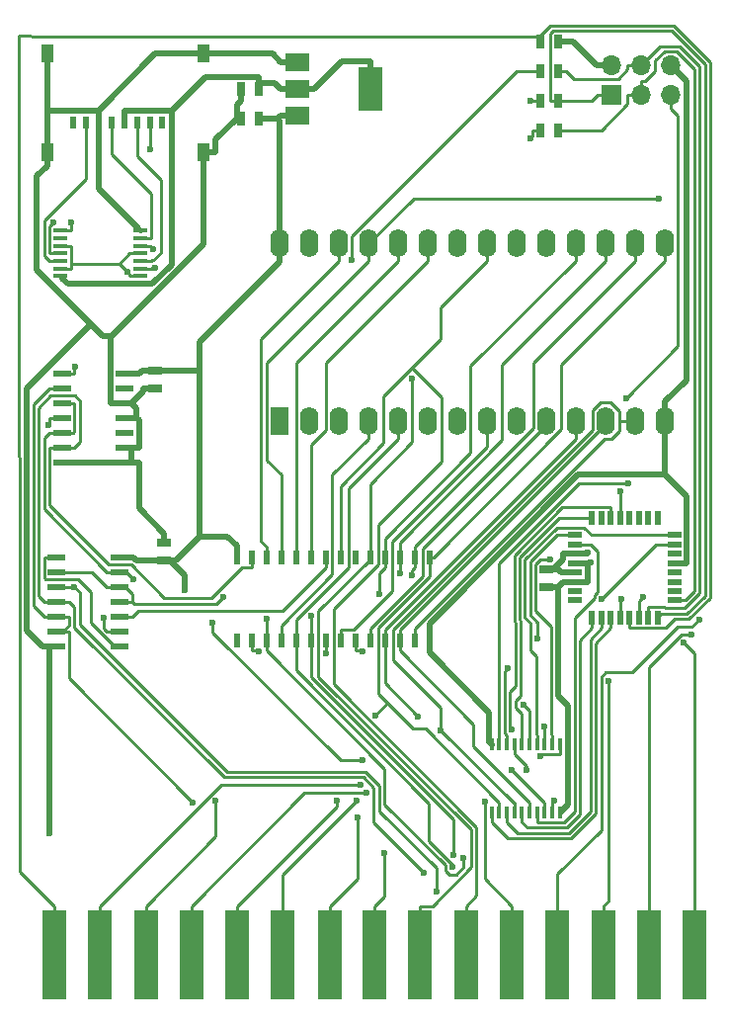
<source format=gtl>
G04 #@! TF.GenerationSoftware,KiCad,Pcbnew,(2018-02-09 revision dba198e57)-makepkg*
G04 #@! TF.CreationDate,2018-02-11T15:57:52+01:00*
G04 #@! TF.ProjectId,videopaccart,766964656F706163636172742E6B6963,rev?*
G04 #@! TF.SameCoordinates,Original*
G04 #@! TF.FileFunction,Copper,L1,Top,Signal*
G04 #@! TF.FilePolarity,Positive*
%FSLAX46Y46*%
G04 Gerber Fmt 4.6, Leading zero omitted, Abs format (unit mm)*
G04 Created by KiCad (PCBNEW (2018-02-09 revision dba198e57)-makepkg) date 02/11/18 15:57:52*
%MOMM*%
%LPD*%
G01*
G04 APERTURE LIST*
%ADD10R,2.000000X7.700000*%
%ADD11R,0.599440X1.049020*%
%ADD12R,1.049020X1.501140*%
%ADD13R,1.700000X1.700000*%
%ADD14O,1.700000X1.700000*%
%ADD15R,1.200000X0.600000*%
%ADD16R,0.600000X1.200000*%
%ADD17R,0.400000X1.000000*%
%ADD18R,2.000000X3.800000*%
%ADD19R,2.000000X1.500000*%
%ADD20R,1.500000X0.600000*%
%ADD21R,1.200000X0.400000*%
%ADD22R,0.508000X1.143000*%
%ADD23O,1.600000X2.400000*%
%ADD24R,1.600000X2.400000*%
%ADD25R,0.635000X1.143000*%
%ADD26R,1.143000X0.635000*%
%ADD27C,0.600000*%
%ADD28C,0.500000*%
%ADD29C,0.399800*%
%ADD30C,0.250000*%
G04 APERTURE END LIST*
D10*
X175920000Y-127000000D03*
X179840000Y-127000000D03*
X172000000Y-127000000D03*
X168080000Y-127000000D03*
X164160000Y-127000000D03*
X160240000Y-127000000D03*
X156320000Y-127000000D03*
X152400000Y-127000000D03*
X148590000Y-127000000D03*
X144560000Y-127000000D03*
X140640000Y-127000000D03*
X136720000Y-127000000D03*
X132800000Y-127000000D03*
X128880000Y-127000000D03*
X124960000Y-127000000D03*
D11*
X134233920Y-55697120D03*
X133134100Y-55697120D03*
X132034280Y-55697120D03*
X130934460Y-55697120D03*
X129834640Y-55697120D03*
X128734820Y-55697120D03*
X127635000Y-55697120D03*
X126535180Y-55697120D03*
D12*
X137789920Y-58226960D03*
X124338080Y-58226960D03*
X137789920Y-49827180D03*
X124338080Y-49827180D03*
D13*
X172720000Y-53340000D03*
D14*
X172720000Y-50800000D03*
X175260000Y-53340000D03*
X175260000Y-50800000D03*
X177800000Y-53340000D03*
X177800000Y-50800000D03*
D15*
X169613000Y-91053000D03*
X169613000Y-91853000D03*
X169613000Y-92653000D03*
X169613000Y-93453000D03*
X169613000Y-94253000D03*
X169613000Y-95053000D03*
X169613000Y-95853000D03*
X169613000Y-96653000D03*
D16*
X171063000Y-98103000D03*
X171863000Y-98103000D03*
X172663000Y-98103000D03*
X173463000Y-98103000D03*
X174263000Y-98103000D03*
X175063000Y-98103000D03*
X175863000Y-98103000D03*
X176663000Y-98103000D03*
D15*
X178113000Y-96653000D03*
X178113000Y-95853000D03*
X178113000Y-95053000D03*
X178113000Y-94253000D03*
X178113000Y-93453000D03*
X178113000Y-92653000D03*
X178113000Y-91853000D03*
X178113000Y-91053000D03*
D16*
X176663000Y-89603000D03*
X175863000Y-89603000D03*
X175063000Y-89603000D03*
X174263000Y-89603000D03*
X173463000Y-89603000D03*
X172663000Y-89603000D03*
X171863000Y-89603000D03*
X171063000Y-89603000D03*
D17*
X168290000Y-109008000D03*
X167640000Y-109008000D03*
X166990000Y-109008000D03*
X166340000Y-109008000D03*
X165690000Y-109008000D03*
X165040000Y-109008000D03*
X164390000Y-109008000D03*
X163740000Y-109008000D03*
X163090000Y-109008000D03*
X162440000Y-109008000D03*
X162440000Y-114808000D03*
X163090000Y-114808000D03*
X163740000Y-114808000D03*
X164390000Y-114808000D03*
X165040000Y-114808000D03*
X165690000Y-114808000D03*
X166340000Y-114808000D03*
X166990000Y-114808000D03*
X167640000Y-114808000D03*
X168290000Y-114808000D03*
D18*
X152096000Y-52832000D03*
D19*
X145796000Y-52832000D03*
X145796000Y-55132000D03*
X145796000Y-50532000D03*
D20*
X125156000Y-92964000D03*
X125156000Y-94234000D03*
X125156000Y-95504000D03*
X125156000Y-96774000D03*
X125156000Y-98044000D03*
X125156000Y-99314000D03*
X125156000Y-100584000D03*
X130556000Y-100584000D03*
X130556000Y-99314000D03*
X130556000Y-98044000D03*
X130556000Y-96774000D03*
X130556000Y-95504000D03*
X130556000Y-94234000D03*
X130556000Y-92964000D03*
D21*
X132355000Y-68879000D03*
X132355000Y-68229000D03*
X132355000Y-67579000D03*
X132355000Y-66929000D03*
X132355000Y-66279000D03*
X132355000Y-65629000D03*
X132355000Y-64979000D03*
X125455000Y-64979000D03*
X125455000Y-65629000D03*
X125455000Y-66279000D03*
X125455000Y-66929000D03*
X125455000Y-67579000D03*
X125455000Y-68229000D03*
X125455000Y-68879000D03*
D20*
X125603000Y-77216000D03*
X125603000Y-78486000D03*
X125603000Y-79756000D03*
X125603000Y-81026000D03*
X125603000Y-82296000D03*
X125603000Y-83566000D03*
X125603000Y-84836000D03*
X131003000Y-84836000D03*
X131003000Y-83566000D03*
X131003000Y-82296000D03*
X131003000Y-81026000D03*
X131003000Y-79756000D03*
X131003000Y-78486000D03*
X131003000Y-77216000D03*
D22*
X140589000Y-100076000D03*
X141859000Y-100076000D03*
X143129000Y-100076000D03*
X144399000Y-100076000D03*
X145669000Y-100076000D03*
X146939000Y-100076000D03*
X148209000Y-100076000D03*
X149479000Y-100076000D03*
X150749000Y-100076000D03*
X152019000Y-100076000D03*
X153289000Y-100076000D03*
X154559000Y-100076000D03*
X155829000Y-100076000D03*
X157099000Y-100076000D03*
X157099000Y-92964000D03*
X155829000Y-92964000D03*
X154559000Y-92964000D03*
X153289000Y-92964000D03*
X152019000Y-92964000D03*
X150749000Y-92964000D03*
X149479000Y-92964000D03*
X148209000Y-92964000D03*
X146939000Y-92964000D03*
X145669000Y-92964000D03*
X144399000Y-92964000D03*
X143129000Y-92964000D03*
X141859000Y-92964000D03*
X140589000Y-92964000D03*
D23*
X144272000Y-66040000D03*
X177292000Y-81280000D03*
X146812000Y-66040000D03*
X174752000Y-81280000D03*
X149352000Y-66040000D03*
X172212000Y-81280000D03*
X151892000Y-66040000D03*
X169672000Y-81280000D03*
X154432000Y-66040000D03*
X167132000Y-81280000D03*
X156972000Y-66040000D03*
X164592000Y-81280000D03*
X159512000Y-66040000D03*
X162052000Y-81280000D03*
X162052000Y-66040000D03*
X159512000Y-81280000D03*
X164592000Y-66040000D03*
X156972000Y-81280000D03*
X167132000Y-66040000D03*
X154432000Y-81280000D03*
X169672000Y-66040000D03*
X151892000Y-81280000D03*
X172212000Y-66040000D03*
X149352000Y-81280000D03*
X174752000Y-66040000D03*
X146812000Y-81280000D03*
X177292000Y-66040000D03*
D24*
X144272000Y-81280000D03*
D25*
X142494000Y-55372000D03*
X140970000Y-55372000D03*
X140970000Y-52832000D03*
X142494000Y-52832000D03*
D26*
X134366000Y-91694000D03*
X134366000Y-93218000D03*
X133604000Y-76962000D03*
X133604000Y-78486000D03*
X167132000Y-95504000D03*
X167132000Y-93980000D03*
D25*
X166624000Y-48768000D03*
X168148000Y-48768000D03*
X168148000Y-56388000D03*
X166624000Y-56388000D03*
X166624000Y-51308000D03*
X168148000Y-51308000D03*
X168148000Y-53848000D03*
X166624000Y-53848000D03*
D27*
X137789900Y-62086800D03*
X170720600Y-92582000D03*
X124555900Y-116631500D03*
X164126400Y-111161600D03*
X156129100Y-106567600D03*
X151224400Y-112470900D03*
X138783300Y-113836300D03*
X158096000Y-107767400D03*
X151721200Y-113148100D03*
X152462600Y-106504600D03*
X149189200Y-113788100D03*
X150899900Y-113776600D03*
X155652300Y-94461500D03*
X166925900Y-107495400D03*
X154559000Y-94292000D03*
X150939600Y-115239900D03*
X165182600Y-105627600D03*
X153206000Y-118314600D03*
X152836900Y-96087400D03*
X165404800Y-111222200D03*
X174136300Y-86637800D03*
X155628100Y-77669800D03*
X180211300Y-98308400D03*
X172453200Y-103580900D03*
X142450200Y-101022300D03*
X179561400Y-99563200D03*
X178921300Y-100239900D03*
X151371600Y-101025300D03*
X148239200Y-101148900D03*
X159108200Y-119515800D03*
X146939000Y-97955500D03*
X159166300Y-118483800D03*
X160007700Y-118718000D03*
X143129000Y-98229500D03*
X176809900Y-62231800D03*
X170897300Y-93419400D03*
X136165600Y-95797900D03*
X163829500Y-102462300D03*
X166372500Y-99956100D03*
X173463000Y-87288000D03*
X173944400Y-79345200D03*
X164204000Y-107709300D03*
X161844000Y-113903500D03*
X136852400Y-113932100D03*
X126664800Y-95504000D03*
X157694000Y-121589000D03*
X126380300Y-64293400D03*
X133134100Y-58010700D03*
X139427100Y-96359700D03*
X173583600Y-96507800D03*
X156665400Y-120008000D03*
X167845500Y-113781600D03*
X124416900Y-81614500D03*
X129204300Y-98182600D03*
X166631600Y-110023200D03*
X151345100Y-110349200D03*
X138528000Y-98574200D03*
X131715800Y-94845500D03*
X126771200Y-76614600D03*
X131239000Y-68515700D03*
X175405700Y-96366400D03*
X167475900Y-93149500D03*
X171898300Y-96490800D03*
X165774700Y-57036400D03*
X133469500Y-66600800D03*
X150477400Y-67507400D03*
X133618400Y-68134400D03*
X165761500Y-53848000D03*
X124869500Y-64273700D03*
D28*
X131003000Y-79756000D02*
X129802700Y-79756000D01*
X129802700Y-74024900D02*
X129802700Y-79756000D01*
D29*
X162253100Y-108821100D02*
X162440000Y-109008000D01*
D28*
X131003000Y-79756000D02*
X131603200Y-79756000D01*
X131003000Y-81026000D02*
X132028200Y-81026000D01*
X131003000Y-84836000D02*
X125603000Y-84836000D01*
X124338100Y-58227000D02*
X124338100Y-59427900D01*
X129117700Y-74024900D02*
X128100000Y-73007100D01*
X129802700Y-74024900D02*
X129117700Y-74024900D01*
X140970000Y-55372000D02*
X140586100Y-55372000D01*
X140586100Y-54237700D02*
X140970000Y-53853800D01*
X140586100Y-55372000D02*
X140586100Y-54237700D01*
X140970000Y-52832000D02*
X140970000Y-53853800D01*
X133604000Y-78486000D02*
X132582200Y-78486000D01*
X132582200Y-78777000D02*
X131603200Y-79756000D01*
X132582200Y-78486000D02*
X132582200Y-78777000D01*
X123453700Y-68360900D02*
X128100000Y-73007100D01*
X123453700Y-60312300D02*
X123453700Y-68360900D01*
X124338100Y-59427900D02*
X123453700Y-60312300D01*
X122584600Y-99212900D02*
X123955700Y-100584000D01*
X122584600Y-78522500D02*
X122584600Y-99212900D01*
X128100000Y-73007100D02*
X122584600Y-78522500D01*
X169613000Y-92653000D02*
X170663300Y-92653000D01*
X168426800Y-94253000D02*
X169613000Y-94253000D01*
X168153800Y-93980000D02*
X168426800Y-94253000D01*
X167132000Y-93980000D02*
X167642900Y-93980000D01*
X169613000Y-92653000D02*
X168562700Y-92653000D01*
X178113000Y-93453000D02*
X179163300Y-93453000D01*
X157099000Y-100211500D02*
X157099000Y-101097800D01*
X157099000Y-100211500D02*
X157099000Y-100076000D01*
X157099000Y-100076000D02*
X157099000Y-99054200D01*
X128734800Y-61358800D02*
X132168100Y-64792100D01*
X128734800Y-55697100D02*
X128734800Y-61358800D01*
D29*
X132168100Y-64792100D02*
X132355000Y-64979000D01*
D28*
X128734800Y-55697100D02*
X128734800Y-54722300D01*
X124338100Y-49827200D02*
X124338100Y-54722300D01*
X124338100Y-54722300D02*
X124338100Y-58227000D01*
X124338100Y-54722300D02*
X128734800Y-54722300D01*
X177292000Y-81280000D02*
X177292000Y-85887500D01*
X179163300Y-87758800D02*
X179163300Y-93453000D01*
X177292000Y-85887500D02*
X179163300Y-87758800D01*
X179129700Y-77792000D02*
X177292000Y-79629700D01*
X179129700Y-52129700D02*
X179129700Y-77792000D01*
X177800000Y-50800000D02*
X179129700Y-52129700D01*
X177292000Y-81280000D02*
X177292000Y-79629700D01*
X132028200Y-80181000D02*
X132028200Y-81026000D01*
X131603200Y-79756000D02*
X132028200Y-80181000D01*
X132203300Y-81201100D02*
X132203300Y-83566000D01*
X132028200Y-81026000D02*
X132203300Y-81201100D01*
X132203300Y-88763500D02*
X132203300Y-84836000D01*
X134366000Y-90926200D02*
X132203300Y-88763500D01*
X134366000Y-91694000D02*
X134366000Y-90926200D01*
X131603200Y-83566000D02*
X131603200Y-84836000D01*
X131003000Y-84836000D02*
X131603200Y-84836000D01*
X131603200Y-84836000D02*
X132203300Y-84836000D01*
X131003000Y-83566000D02*
X131603200Y-83566000D01*
X131603200Y-83566000D02*
X132203300Y-83566000D01*
X125156000Y-100584000D02*
X124555900Y-100584000D01*
X124555900Y-100584000D02*
X123955700Y-100584000D01*
X124555900Y-100584000D02*
X124555900Y-116631500D01*
X162253100Y-106251900D02*
X157099000Y-101097800D01*
X162253100Y-108821100D02*
X162253100Y-106251900D01*
X170663300Y-92639300D02*
X170663300Y-92653000D01*
X170720600Y-92582000D02*
X170663300Y-92639300D01*
X157099000Y-98643500D02*
X157099000Y-99054200D01*
X169855000Y-85887500D02*
X157099000Y-98643500D01*
X177292000Y-85887500D02*
X169855000Y-85887500D01*
X167706600Y-93980000D02*
X168153800Y-93980000D01*
X167642900Y-93980000D02*
X167706600Y-93980000D01*
X168562700Y-93123900D02*
X168562700Y-92653000D01*
X167706600Y-93980000D02*
X168562700Y-93123900D01*
X133629900Y-49827200D02*
X137789900Y-49827200D01*
X128734800Y-54722300D02*
X133629900Y-49827200D01*
X143640900Y-49827200D02*
X144345700Y-50532000D01*
X137789900Y-49827200D02*
X143640900Y-49827200D01*
X145796000Y-50532000D02*
X144345700Y-50532000D01*
X137789900Y-58227000D02*
X137789900Y-62086800D01*
X138764700Y-57193400D02*
X140586100Y-55372000D01*
X138764700Y-58227000D02*
X138764700Y-57193400D01*
X137789900Y-58227000D02*
X138764700Y-58227000D01*
X137789900Y-66095700D02*
X137789900Y-62086800D01*
X129860700Y-74024900D02*
X137789900Y-66095700D01*
X129802700Y-74024900D02*
X129860700Y-74024900D01*
D30*
X166990000Y-114808000D02*
X166990000Y-113982700D01*
X169662900Y-82805300D02*
X169672000Y-82805300D01*
X153289000Y-99179200D02*
X169662900Y-82805300D01*
X153289000Y-100076000D02*
X153289000Y-99179200D01*
X169672000Y-81280000D02*
X169672000Y-82805300D01*
X128880000Y-127000000D02*
X128880000Y-122824700D01*
X139233800Y-112470900D02*
X151224400Y-112470900D01*
X128880000Y-122824700D02*
X139233800Y-112470900D01*
X153289000Y-103727500D02*
X153289000Y-100076000D01*
X156129100Y-106567600D02*
X153289000Y-103727500D01*
X164168900Y-111161600D02*
X166990000Y-113982700D01*
X164126400Y-111161600D02*
X164168900Y-111161600D01*
X154559000Y-99196800D02*
X154559000Y-100076000D01*
X172212000Y-81543800D02*
X154559000Y-99196800D01*
X172212000Y-81280000D02*
X172212000Y-81543800D01*
X154559000Y-100076000D02*
X154559000Y-100972800D01*
X165690000Y-114808000D02*
X165690000Y-113982700D01*
X160882800Y-107296600D02*
X154559000Y-100972800D01*
X160882800Y-109175500D02*
X160882800Y-107296600D01*
X165690000Y-113982700D02*
X160882800Y-109175500D01*
X132800000Y-127000000D02*
X132800000Y-122824700D01*
X138783300Y-116841400D02*
X138783300Y-113836300D01*
X132800000Y-122824700D02*
X138783300Y-116841400D01*
X155829000Y-100076000D02*
X155829000Y-99179200D01*
X164390000Y-114808000D02*
X164390000Y-113982700D01*
X174752000Y-81280000D02*
X173385900Y-81280000D01*
X136720000Y-127000000D02*
X136720000Y-122824700D01*
X164311300Y-113982700D02*
X158096000Y-107767400D01*
X164390000Y-113982700D02*
X164311300Y-113982700D01*
X173385900Y-80441000D02*
X173385900Y-81280000D01*
X172656800Y-79711900D02*
X173385900Y-80441000D01*
X171773500Y-79711900D02*
X172656800Y-79711900D01*
X171086600Y-80398800D02*
X171773500Y-79711900D01*
X171086600Y-82027600D02*
X171086600Y-80398800D01*
X153979600Y-99134600D02*
X171086600Y-82027600D01*
X153979600Y-101747100D02*
X153979600Y-99134600D01*
X158096000Y-105863500D02*
X153979600Y-101747100D01*
X158096000Y-107767400D02*
X158096000Y-105863500D01*
X146396600Y-113148100D02*
X151721200Y-113148100D01*
X136720000Y-122824700D02*
X146396600Y-113148100D01*
X155829000Y-99099800D02*
X155829000Y-99179200D01*
X172123500Y-82805300D02*
X155829000Y-99099800D01*
X172720500Y-82805300D02*
X172123500Y-82805300D01*
X173385900Y-82139900D02*
X172720500Y-82805300D01*
X173385900Y-81280000D02*
X173385900Y-82139900D01*
X177292000Y-66040000D02*
X177292000Y-67565300D01*
X157447100Y-92964000D02*
X157099000Y-92964000D01*
X168402000Y-82009100D02*
X157447100Y-92964000D01*
X168402000Y-76455300D02*
X168402000Y-82009100D01*
X177292000Y-67565300D02*
X168402000Y-76455300D01*
X163090000Y-114808000D02*
X163090000Y-113982700D01*
X140640000Y-127000000D02*
X140640000Y-122824700D01*
X153517100Y-105450100D02*
X152462600Y-106504600D01*
X152709600Y-104642700D02*
X153517100Y-105450100D01*
X152709600Y-99009800D02*
X152709600Y-104642700D01*
X157099000Y-94620400D02*
X152709600Y-99009800D01*
X157099000Y-92964000D02*
X157099000Y-94620400D01*
X156756400Y-107649100D02*
X163090000Y-113982700D01*
X155716000Y-107649100D02*
X156756400Y-107649100D01*
X153517100Y-105450100D02*
X155716000Y-107649100D01*
X149189200Y-114275500D02*
X149189200Y-113788100D01*
X140640000Y-122824700D02*
X149189200Y-114275500D01*
X144560000Y-127000000D02*
X144560000Y-122824700D01*
X174752000Y-66040000D02*
X174752000Y-67565300D01*
X155829000Y-92034500D02*
X155829000Y-92964000D01*
X166006600Y-81856900D02*
X155829000Y-92034500D01*
X166006600Y-76310700D02*
X166006600Y-81856900D01*
X174752000Y-67565300D02*
X166006600Y-76310700D01*
X155829000Y-92964000D02*
X155829000Y-93860800D01*
X155652300Y-94037500D02*
X155652300Y-94461500D01*
X155829000Y-93860800D02*
X155652300Y-94037500D01*
X144560000Y-120116500D02*
X150899900Y-113776600D01*
X144560000Y-122824700D02*
X144560000Y-120116500D01*
X166925900Y-108118600D02*
X166990000Y-108182700D01*
X166925900Y-107495400D02*
X166925900Y-108118600D01*
X166990000Y-109008000D02*
X166990000Y-108182700D01*
X172212000Y-66040000D02*
X172212000Y-67565300D01*
X163322000Y-76455300D02*
X172212000Y-67565300D01*
X163322000Y-82907500D02*
X163322000Y-76455300D01*
X154559000Y-91670500D02*
X163322000Y-82907500D01*
X154559000Y-92964000D02*
X154559000Y-91670500D01*
X154559000Y-92964000D02*
X154559000Y-93860800D01*
X148590000Y-127000000D02*
X148590000Y-122824700D01*
X165690000Y-109008000D02*
X165690000Y-108182700D01*
X154559000Y-93860800D02*
X154559000Y-94292000D01*
X150939600Y-120475100D02*
X150939600Y-115239900D01*
X148590000Y-122824700D02*
X150939600Y-120475100D01*
X165690000Y-106135000D02*
X165182600Y-105627600D01*
X165690000Y-108182700D02*
X165690000Y-106135000D01*
X169672000Y-66040000D02*
X169672000Y-67565300D01*
X152400000Y-127000000D02*
X152400000Y-122824700D01*
X153206000Y-122018700D02*
X153206000Y-118314600D01*
X152400000Y-122824700D02*
X153206000Y-122018700D01*
X153289000Y-91358500D02*
X153289000Y-92964000D01*
X160645600Y-84001900D02*
X153289000Y-91358500D01*
X160645600Y-76591700D02*
X160645600Y-84001900D01*
X169672000Y-67565300D02*
X160645600Y-76591700D01*
X153289000Y-92964000D02*
X153289000Y-93860800D01*
X152836900Y-94312900D02*
X152836900Y-96087400D01*
X153289000Y-93860800D02*
X152836900Y-94312900D01*
X164390000Y-109008000D02*
X164390000Y-109833300D01*
X165404800Y-110848100D02*
X165404800Y-111222200D01*
X164390000Y-109833300D02*
X165404800Y-110848100D01*
X156320000Y-127000000D02*
X156320000Y-122824700D01*
X155628100Y-83068900D02*
X155628100Y-77669800D01*
X152019000Y-86678000D02*
X155628100Y-83068900D01*
X152019000Y-92964000D02*
X152019000Y-86678000D01*
X163090000Y-93466200D02*
X163090000Y-109008000D01*
X169918400Y-86637800D02*
X163090000Y-93466200D01*
X174136300Y-86637800D02*
X169918400Y-86637800D01*
X152019000Y-93127900D02*
X152019000Y-92964000D01*
X147594600Y-97552300D02*
X152019000Y-93127900D01*
X147594600Y-103206000D02*
X147594600Y-97552300D01*
X160671600Y-116283000D02*
X147594600Y-103206000D01*
X160671600Y-119502800D02*
X160671600Y-116283000D01*
X157349700Y-122824700D02*
X160671600Y-119502800D01*
X156320000Y-122824700D02*
X157349700Y-122824700D01*
X162052000Y-66040000D02*
X162052000Y-67565300D01*
X160240000Y-127000000D02*
X160240000Y-122824700D01*
X158063000Y-74263700D02*
X155612600Y-76714100D01*
X158063000Y-71554300D02*
X158063000Y-74263700D01*
X162052000Y-67565300D02*
X158063000Y-71554300D01*
X149479000Y-86858400D02*
X149479000Y-92964000D01*
X153162000Y-83175400D02*
X149479000Y-86858400D01*
X153162000Y-79164700D02*
X153162000Y-83175400D01*
X155612600Y-76714100D02*
X153162000Y-79164700D01*
X158153400Y-79255000D02*
X155612600Y-76714100D01*
X158153400Y-84741700D02*
X158153400Y-79255000D01*
X152709600Y-90185500D02*
X158153400Y-84741700D01*
X152709600Y-93574700D02*
X152709600Y-90185500D01*
X148888300Y-97396000D02*
X152709600Y-93574700D01*
X148888300Y-103814600D02*
X148888300Y-97396000D01*
X161127800Y-116054100D02*
X148888300Y-103814600D01*
X161127800Y-121936900D02*
X161127800Y-116054100D01*
X160240000Y-122824700D02*
X161127800Y-121936900D01*
X142675700Y-91613900D02*
X143129000Y-92067200D01*
X142675700Y-74241600D02*
X142675700Y-91613900D01*
X149352000Y-67565300D02*
X142675700Y-74241600D01*
X149352000Y-66040000D02*
X149352000Y-67565300D01*
X143129000Y-92964000D02*
X143129000Y-92067200D01*
X179587000Y-98932700D02*
X180211300Y-98308400D01*
X178388700Y-98932700D02*
X179587000Y-98932700D01*
X174496800Y-102824600D02*
X178388700Y-98932700D01*
X172244800Y-102824600D02*
X174496800Y-102824600D01*
X171827800Y-103241600D02*
X172244800Y-102824600D01*
X171827800Y-116348200D02*
X171827800Y-103241600D01*
X168080000Y-120096000D02*
X171827800Y-116348200D01*
X168080000Y-127000000D02*
X168080000Y-120096000D01*
X172000000Y-127000000D02*
X172000000Y-122824700D01*
X172453200Y-122371500D02*
X172453200Y-103580900D01*
X172000000Y-122824700D02*
X172453200Y-122371500D01*
X141859000Y-100076000D02*
X141859000Y-100972800D01*
X142400700Y-100972800D02*
X142450200Y-101022300D01*
X141859000Y-100972800D02*
X142400700Y-100972800D01*
X156972000Y-66040000D02*
X156972000Y-67565300D01*
X146939000Y-83315200D02*
X146939000Y-92964000D01*
X148226600Y-82027600D02*
X146939000Y-83315200D01*
X148226600Y-76310700D02*
X148226600Y-82027600D01*
X156972000Y-67565300D02*
X148226600Y-76310700D01*
X175920000Y-102356900D02*
X175920000Y-127000000D01*
X178713700Y-99563200D02*
X175920000Y-102356900D01*
X179561400Y-99563200D02*
X178713700Y-99563200D01*
X145669000Y-76328300D02*
X145669000Y-92964000D01*
X154432000Y-67565300D02*
X145669000Y-76328300D01*
X154432000Y-66040000D02*
X154432000Y-67565300D01*
X179840000Y-101158600D02*
X179840000Y-127000000D01*
X178921300Y-100239900D02*
X179840000Y-101158600D01*
X152019000Y-99063500D02*
X152019000Y-100076000D01*
X156519600Y-94562900D02*
X152019000Y-99063500D01*
X156519600Y-92249800D02*
X156519600Y-94562900D01*
X167132000Y-81637400D02*
X156519600Y-92249800D01*
X167132000Y-81280000D02*
X167132000Y-81637400D01*
X150749000Y-100076000D02*
X150749000Y-100972800D01*
X151319100Y-100972800D02*
X151371600Y-101025300D01*
X150749000Y-100972800D02*
X151319100Y-100972800D01*
X149479000Y-100076000D02*
X149479000Y-99179200D01*
X150629600Y-99179200D02*
X149479000Y-99179200D01*
X153921000Y-95887800D02*
X150629600Y-99179200D01*
X153921000Y-91624300D02*
X153921000Y-95887800D01*
X162052000Y-83493300D02*
X153921000Y-91624300D01*
X162052000Y-81280000D02*
X162052000Y-83493300D01*
X148209000Y-101118700D02*
X148239200Y-101148900D01*
X148209000Y-100076000D02*
X148209000Y-101118700D01*
X154432000Y-81280000D02*
X154432000Y-82805300D01*
X150169600Y-87067700D02*
X154432000Y-82805300D01*
X150169600Y-93837500D02*
X150169600Y-87067700D01*
X145669000Y-98338100D02*
X150169600Y-93837500D01*
X145669000Y-99179200D02*
X145669000Y-98338100D01*
X145669000Y-99627600D02*
X145669000Y-99179200D01*
X145669000Y-99627600D02*
X145669000Y-100076000D01*
X159108200Y-119316600D02*
X159108200Y-119515800D01*
X157087800Y-117296200D02*
X159108200Y-119316600D01*
X157087800Y-114046500D02*
X157087800Y-117296200D01*
X145669000Y-102627700D02*
X157087800Y-114046500D01*
X145669000Y-100076000D02*
X145669000Y-102627700D01*
X146939000Y-99627600D02*
X146939000Y-99179200D01*
X146939000Y-99179200D02*
X146939000Y-97955500D01*
X146939000Y-99627600D02*
X146939000Y-100076000D01*
X146939000Y-103187300D02*
X146939000Y-100076000D01*
X159166300Y-115414600D02*
X146939000Y-103187300D01*
X159166300Y-118483800D02*
X159166300Y-115414600D01*
X143129000Y-100076000D02*
X143129000Y-100972800D01*
X143129000Y-98229500D02*
X143129000Y-100076000D01*
X160007700Y-119518200D02*
X160007700Y-118718000D01*
X159382200Y-120143700D02*
X160007700Y-119518200D01*
X158851800Y-120143700D02*
X159382200Y-120143700D01*
X158482900Y-119774800D02*
X158851800Y-120143700D01*
X158482900Y-119328200D02*
X158482900Y-119774800D01*
X153280600Y-114125900D02*
X158482900Y-119328200D01*
X153280600Y-111124400D02*
X153280600Y-114125900D01*
X143129000Y-100972800D02*
X153280600Y-111124400D01*
X151892000Y-66040000D02*
X151892000Y-66094100D01*
X151892000Y-66094100D02*
X151892000Y-67565300D01*
X143146600Y-76310700D02*
X151892000Y-67565300D01*
X143146600Y-84652500D02*
X143146600Y-76310700D01*
X144399000Y-85904900D02*
X143146600Y-84652500D01*
X144399000Y-92964000D02*
X144399000Y-85904900D01*
X155754300Y-62231800D02*
X176809900Y-62231800D01*
X151892000Y-66094100D02*
X155754300Y-62231800D01*
X151892000Y-81280000D02*
X151892000Y-82805300D01*
X148794000Y-85903300D02*
X151892000Y-82805300D01*
X148794000Y-94455800D02*
X148794000Y-85903300D01*
X144399000Y-98850800D02*
X148794000Y-94455800D01*
X144399000Y-100076000D02*
X144399000Y-98850800D01*
D28*
X130556000Y-92964000D02*
X131756300Y-92964000D01*
X132457300Y-76962000D02*
X132203300Y-77216000D01*
X133604000Y-76962000D02*
X132457300Y-76962000D01*
X131003000Y-77216000D02*
X132203300Y-77216000D01*
X145796000Y-55132000D02*
X144345700Y-55132000D01*
X170663300Y-93453000D02*
X170663300Y-95053000D01*
X169613000Y-95053000D02*
X170663300Y-95053000D01*
X169613000Y-95053000D02*
X168562700Y-95053000D01*
X169613000Y-93453000D02*
X170488200Y-93453000D01*
X170488200Y-93453000D02*
X170663300Y-93453000D01*
X167132000Y-95504000D02*
X168077700Y-95504000D01*
X168077700Y-95504000D02*
X168153800Y-95504000D01*
X168562700Y-95095100D02*
X168562700Y-95053000D01*
X168153800Y-95504000D02*
X168562700Y-95095100D01*
D29*
X168476900Y-114621100D02*
X168290000Y-114808000D01*
D28*
X140589000Y-92964000D02*
X140589000Y-91942200D01*
X132010300Y-93218000D02*
X134366000Y-93218000D01*
X131756300Y-92964000D02*
X132010300Y-93218000D01*
X134366000Y-93218000D02*
X134876900Y-93218000D01*
X134876900Y-93218000D02*
X135387800Y-93218000D01*
X135387800Y-93218000D02*
X137448300Y-91157500D01*
X139804300Y-91157500D02*
X140589000Y-91942200D01*
X137448300Y-91157500D02*
X139804300Y-91157500D01*
X133604000Y-76962000D02*
X134625800Y-76962000D01*
X144272000Y-55538300D02*
X144105700Y-55372000D01*
X144272000Y-66040000D02*
X144272000Y-55538300D01*
X142494000Y-55372000D02*
X144105700Y-55372000D01*
X144105700Y-55372000D02*
X144345700Y-55132000D01*
X144272000Y-66040000D02*
X144272000Y-67690300D01*
X137448300Y-76962000D02*
X134625800Y-76962000D01*
X137448300Y-91157500D02*
X137448300Y-76962000D01*
X137448300Y-74514000D02*
X144272000Y-67690300D01*
X137448300Y-76962000D02*
X137448300Y-74514000D01*
X168153800Y-104862700D02*
X168153800Y-95504000D01*
X168990000Y-105698900D02*
X168153800Y-104862700D01*
X168990000Y-114108000D02*
X168990000Y-105698900D01*
X168476900Y-114621100D02*
X168990000Y-114108000D01*
X169387700Y-48768000D02*
X168148000Y-48768000D01*
X171419700Y-50800000D02*
X169387700Y-48768000D01*
X172720000Y-50800000D02*
X171419700Y-50800000D01*
X170863700Y-93453000D02*
X170897300Y-93419400D01*
X170663300Y-93453000D02*
X170863700Y-93453000D01*
X136165600Y-94506700D02*
X136165600Y-95797900D01*
X134876900Y-93218000D02*
X136165600Y-94506700D01*
D30*
X163740000Y-109008000D02*
X163740000Y-108182700D01*
X169613000Y-91053000D02*
X168687700Y-91053000D01*
X163567600Y-108010300D02*
X163740000Y-108182700D01*
X163567600Y-102724200D02*
X163567600Y-108010300D01*
X163829500Y-102462300D02*
X163567600Y-102724200D01*
X166372500Y-98550700D02*
X166372500Y-99956100D01*
X165747100Y-97925300D02*
X166372500Y-98550700D01*
X165747100Y-93356700D02*
X165747100Y-97925300D01*
X168050800Y-91053000D02*
X165747100Y-93356700D01*
X168687700Y-91053000D02*
X168050800Y-91053000D01*
X166340000Y-114808000D02*
X166340000Y-115633300D01*
X168647100Y-115633300D02*
X166340000Y-115633300D01*
X169565400Y-114715000D02*
X168647100Y-115633300D01*
X169565400Y-98150600D02*
X169565400Y-114715000D01*
X171273000Y-96443000D02*
X169565400Y-98150600D01*
X171273000Y-96231800D02*
X171273000Y-96443000D01*
X171549700Y-95955100D02*
X171273000Y-96231800D01*
X171549700Y-92481900D02*
X171549700Y-95955100D01*
X170920800Y-91853000D02*
X171549700Y-92481900D01*
X169613000Y-91853000D02*
X170920800Y-91853000D01*
X165040000Y-114808000D02*
X165040000Y-115633300D01*
X171063000Y-98103000D02*
X171063000Y-99028300D01*
X170026600Y-100064700D02*
X171063000Y-99028300D01*
X170026600Y-114965100D02*
X170026600Y-100064700D01*
X168897600Y-116094100D02*
X170026600Y-114965100D01*
X165500800Y-116094100D02*
X168897600Y-116094100D01*
X165040000Y-115633300D02*
X165500800Y-116094100D01*
X163740000Y-114808000D02*
X163740000Y-115633300D01*
X171863000Y-98103000D02*
X171863000Y-99028300D01*
X170927200Y-99964100D02*
X171863000Y-99028300D01*
X170927200Y-114757000D02*
X170927200Y-99964100D01*
X169083500Y-116600700D02*
X170927200Y-114757000D01*
X164707400Y-116600700D02*
X169083500Y-116600700D01*
X163740000Y-115633300D02*
X164707400Y-116600700D01*
X162440000Y-114808000D02*
X162440000Y-115633300D01*
X172663000Y-98103000D02*
X172663000Y-99028300D01*
X171377500Y-100313800D02*
X172663000Y-99028300D01*
X171377500Y-114943600D02*
X171377500Y-100313800D01*
X169270100Y-117051000D02*
X171377500Y-114943600D01*
X163857700Y-117051000D02*
X169270100Y-117051000D01*
X162440000Y-115633300D02*
X163857700Y-117051000D01*
X165040000Y-106369200D02*
X165040000Y-109008000D01*
X165039900Y-106369200D02*
X165040000Y-106369200D01*
X164525100Y-105854400D02*
X165039900Y-106369200D01*
X164525100Y-105253900D02*
X164525100Y-105854400D01*
X164955300Y-104823700D02*
X164525100Y-105253900D01*
X164955300Y-98407400D02*
X164955300Y-104823700D01*
X164846500Y-98298600D02*
X164955300Y-98407400D01*
X164846500Y-92983500D02*
X164846500Y-98298600D01*
X168227000Y-89603000D02*
X164846500Y-92983500D01*
X171063000Y-89603000D02*
X168227000Y-89603000D01*
D28*
X152096000Y-52832000D02*
X152096000Y-50481700D01*
X149596600Y-50481700D02*
X147246300Y-52832000D01*
X152096000Y-50481700D02*
X149596600Y-50481700D01*
X145796000Y-52832000D02*
X147246300Y-52832000D01*
X130934500Y-55697100D02*
X130934500Y-54722300D01*
X142494000Y-52832000D02*
X142494000Y-52321100D01*
X142494000Y-52321100D02*
X142494000Y-51810200D01*
X143834800Y-52321100D02*
X144345700Y-52832000D01*
X142494000Y-52321100D02*
X143834800Y-52321100D01*
X145796000Y-52832000D02*
X144345700Y-52832000D01*
D29*
X125641900Y-69065900D02*
X125455000Y-68879000D01*
D28*
X130934500Y-54722300D02*
X135006800Y-54722300D01*
X137918900Y-51810200D02*
X142494000Y-51810200D01*
X135006800Y-54722300D02*
X137918900Y-51810200D01*
X135006800Y-67888300D02*
X135006800Y-54722300D01*
X133362100Y-69533000D02*
X135006800Y-67888300D01*
X126109000Y-69533000D02*
X133362100Y-69533000D01*
X125641900Y-69065900D02*
X126109000Y-69533000D01*
D30*
X172720000Y-53340000D02*
X171544700Y-53340000D01*
X171036700Y-53848000D02*
X168148000Y-53848000D01*
X171544700Y-53340000D02*
X171036700Y-53848000D01*
X168148000Y-53848000D02*
X167505200Y-53848000D01*
X176952600Y-97813400D02*
X176663000Y-98103000D01*
X179152900Y-97813400D02*
X176952600Y-97813400D01*
X180725700Y-96240600D02*
X179152900Y-97813400D01*
X180725700Y-50711900D02*
X180725700Y-96240600D01*
X177884900Y-47871100D02*
X180725700Y-50711900D01*
X167695500Y-47871100D02*
X177884900Y-47871100D01*
X167505200Y-48061400D02*
X167695500Y-47871100D01*
X167505200Y-53848000D02*
X167505200Y-48061400D01*
X178113000Y-96653000D02*
X179038300Y-96653000D01*
X175260000Y-53340000D02*
X175260000Y-52164700D01*
X174084700Y-54148000D02*
X174084700Y-53340000D01*
X171844700Y-56388000D02*
X174084700Y-54148000D01*
X168148000Y-56388000D02*
X171844700Y-56388000D01*
X175260000Y-53340000D02*
X174084700Y-53340000D01*
X179793800Y-95897500D02*
X179038300Y-96653000D01*
X179793800Y-51123400D02*
X179793800Y-95897500D01*
X178282800Y-49612400D02*
X179793800Y-51123400D01*
X177252600Y-49612400D02*
X178282800Y-49612400D01*
X176435300Y-50429700D02*
X177252600Y-49612400D01*
X176435300Y-51356800D02*
X176435300Y-50429700D01*
X175627400Y-52164700D02*
X176435300Y-51356800D01*
X175260000Y-52164700D02*
X175627400Y-52164700D01*
X174084700Y-51167400D02*
X174084700Y-50800000D01*
X173276800Y-51975300D02*
X174084700Y-51167400D01*
X169458100Y-51975300D02*
X173276800Y-51975300D01*
X168790800Y-51308000D02*
X169458100Y-51975300D01*
X168148000Y-51308000D02*
X168790800Y-51308000D01*
X175260000Y-50800000D02*
X174084700Y-50800000D01*
X176898000Y-49162000D02*
X175260000Y-50800000D01*
X178538900Y-49162000D02*
X176898000Y-49162000D01*
X180275400Y-50898500D02*
X178538900Y-49162000D01*
X180275400Y-96054000D02*
X180275400Y-50898500D01*
X179005800Y-97323600D02*
X180275400Y-96054000D01*
X177333600Y-97323600D02*
X179005800Y-97323600D01*
X177187700Y-97177700D02*
X177333600Y-97323600D01*
X175863000Y-97177700D02*
X177187700Y-97177700D01*
X175863000Y-98103000D02*
X175863000Y-97177700D01*
X178427800Y-55143100D02*
X177800000Y-54515300D01*
X178427800Y-74861800D02*
X178427800Y-55143100D01*
X173944400Y-79345200D02*
X178427800Y-74861800D01*
X177800000Y-53340000D02*
X177800000Y-54515300D01*
X173463000Y-89603000D02*
X173463000Y-87288000D01*
X124960000Y-122824700D02*
X121997600Y-119862300D01*
X124960000Y-127000000D02*
X124960000Y-122824700D01*
X121997600Y-119862300D02*
X121920000Y-48260000D01*
X121920000Y-48260000D02*
X124086700Y-48319600D01*
X124086700Y-48319600D02*
X166624000Y-48319600D01*
X166624000Y-48768000D02*
X166624000Y-48319600D01*
X174263000Y-98103000D02*
X174263000Y-99028300D01*
X177338000Y-99028300D02*
X174263000Y-99028300D01*
X178102600Y-98263700D02*
X177338000Y-99028300D01*
X179339500Y-98263700D02*
X178102600Y-98263700D01*
X181176000Y-96427200D02*
X179339500Y-98263700D01*
X181176000Y-50525300D02*
X181176000Y-96427200D01*
X178071400Y-47420700D02*
X181176000Y-50525300D01*
X167498900Y-47420700D02*
X178071400Y-47420700D01*
X166624000Y-48295600D02*
X167498900Y-47420700D01*
X166624000Y-48319600D02*
X166624000Y-48295600D01*
X164160000Y-127000000D02*
X164160000Y-122824700D01*
X172663000Y-89603000D02*
X172663000Y-88677700D01*
X161844000Y-120508700D02*
X161844000Y-113903500D01*
X164160000Y-122824700D02*
X161844000Y-120508700D01*
X164017900Y-107523200D02*
X164204000Y-107709300D01*
X164017900Y-104455900D02*
X164017900Y-107523200D01*
X164505000Y-103968800D02*
X164017900Y-104455900D01*
X164505000Y-98594000D02*
X164505000Y-103968800D01*
X164396200Y-98485200D02*
X164505000Y-98594000D01*
X164396200Y-92796900D02*
X164396200Y-98485200D01*
X168515400Y-88677700D02*
X164396200Y-92796900D01*
X172663000Y-88677700D02*
X168515400Y-88677700D01*
X123160000Y-97123300D02*
X124080700Y-98044000D01*
X123160000Y-79853700D02*
X123160000Y-97123300D01*
X124527700Y-78486000D02*
X123160000Y-79853700D01*
X125603000Y-78486000D02*
X124527700Y-78486000D01*
X125156000Y-98044000D02*
X124080700Y-98044000D01*
X125156000Y-99314000D02*
X125693700Y-99314000D01*
X125693700Y-99314000D02*
X126231300Y-99314000D01*
X126231300Y-98776400D02*
X126231300Y-98044000D01*
X125693700Y-99314000D02*
X126231300Y-98776400D01*
X125156000Y-98044000D02*
X126231300Y-98044000D01*
X126231300Y-103311000D02*
X136852400Y-113932100D01*
X126231300Y-99314000D02*
X126231300Y-103311000D01*
X125156000Y-95504000D02*
X126664800Y-95504000D01*
X157694000Y-119602200D02*
X157694000Y-121589000D01*
X152813600Y-114721800D02*
X157694000Y-119602200D01*
X152813600Y-112497100D02*
X152813600Y-114721800D01*
X151652900Y-111336400D02*
X152813600Y-112497100D01*
X139738700Y-111336400D02*
X151652900Y-111336400D01*
X127132000Y-98729700D02*
X139738700Y-111336400D01*
X127132000Y-95971200D02*
X127132000Y-98729700D01*
X126664800Y-95504000D02*
X127132000Y-95971200D01*
X125455000Y-64979000D02*
X126380300Y-64979000D01*
X133134100Y-58010700D02*
X133134100Y-55697100D01*
X126380300Y-64979000D02*
X126380300Y-64293400D01*
X132355000Y-67579000D02*
X133280300Y-67579000D01*
X133350200Y-67509100D02*
X133280300Y-67579000D01*
X133451600Y-67509100D02*
X133350200Y-67509100D01*
X134095600Y-66865100D02*
X133451600Y-67509100D01*
X134095600Y-60659500D02*
X134095600Y-66865100D01*
X132034300Y-58598200D02*
X134095600Y-60659500D01*
X132034300Y-55697100D02*
X132034300Y-58598200D01*
X132355000Y-65629000D02*
X133280300Y-65629000D01*
X133280300Y-61855300D02*
X133280300Y-65629000D01*
X129834600Y-58409600D02*
X133280300Y-61855300D01*
X129834600Y-55697100D02*
X129834600Y-58409600D01*
X125455000Y-67579000D02*
X124529700Y-67579000D01*
X124079400Y-67128700D02*
X124529700Y-67579000D01*
X124079400Y-64066700D02*
X124079400Y-67128700D01*
X127635000Y-60511100D02*
X124079400Y-64066700D01*
X127635000Y-55697100D02*
X127635000Y-60511100D01*
X124080700Y-94731300D02*
X124080700Y-92964000D01*
X124208800Y-94859400D02*
X124080700Y-94731300D01*
X126972300Y-94859400D02*
X124208800Y-94859400D01*
X128059700Y-95946800D02*
X126972300Y-94859400D01*
X128059700Y-98554100D02*
X128059700Y-95946800D01*
X130089600Y-100584000D02*
X128059700Y-98554100D01*
X130556000Y-100584000D02*
X130089600Y-100584000D01*
X125156000Y-92964000D02*
X124080700Y-92964000D01*
X130556000Y-96774000D02*
X131631300Y-96774000D01*
X130796700Y-95504000D02*
X131037400Y-95504000D01*
X173463000Y-96628400D02*
X173463000Y-98103000D01*
X173583600Y-96507800D02*
X173463000Y-96628400D01*
X131631300Y-96097900D02*
X131631300Y-96774000D01*
X131037400Y-95504000D02*
X131631300Y-96097900D01*
X138819900Y-96966900D02*
X139427100Y-96359700D01*
X131824200Y-96966900D02*
X138819900Y-96966900D01*
X131631300Y-96774000D02*
X131824200Y-96966900D01*
X130796700Y-95504000D02*
X130556000Y-95504000D01*
X128210700Y-94234000D02*
X125156000Y-94234000D01*
X129480700Y-95504000D02*
X128210700Y-94234000D01*
X130556000Y-95504000D02*
X129480700Y-95504000D01*
X125603000Y-83566000D02*
X126678300Y-83566000D01*
X127163200Y-83081100D02*
X126678300Y-83566000D01*
X127163200Y-79563600D02*
X127163200Y-83081100D01*
X126730200Y-79130600D02*
X127163200Y-79563600D01*
X124648900Y-79130600D02*
X126730200Y-79130600D01*
X123625900Y-80153600D02*
X124648900Y-79130600D01*
X123625900Y-96319200D02*
X123625900Y-80153600D01*
X124080700Y-96774000D02*
X123625900Y-96319200D01*
X125603000Y-83566000D02*
X124527700Y-83566000D01*
X141859000Y-92964000D02*
X141859000Y-93860800D01*
X124618400Y-96774000D02*
X124080700Y-96774000D01*
X124618400Y-96774000D02*
X125156000Y-96774000D01*
X167640000Y-114808000D02*
X167640000Y-113982700D01*
X167644400Y-113982700D02*
X167640000Y-113982700D01*
X167845500Y-113781600D02*
X167644400Y-113982700D01*
X125156000Y-96774000D02*
X126231300Y-96774000D01*
X152346600Y-115689200D02*
X156665400Y-120008000D01*
X152346600Y-112667000D02*
X152346600Y-115689200D01*
X151466300Y-111786700D02*
X152346600Y-112667000D01*
X139519600Y-111786700D02*
X151466300Y-111786700D01*
X126681700Y-98948800D02*
X139519600Y-111786700D01*
X126681700Y-97224400D02*
X126681700Y-98948800D01*
X126231300Y-96774000D02*
X126681700Y-97224400D01*
X124527700Y-88515100D02*
X124527700Y-83566000D01*
X129609700Y-93597100D02*
X124527700Y-88515100D01*
X131575700Y-93597100D02*
X129609700Y-93597100D01*
X134401900Y-96423300D02*
X131575700Y-93597100D01*
X138449500Y-96423300D02*
X134401900Y-96423300D01*
X141012000Y-93860800D02*
X138449500Y-96423300D01*
X141859000Y-93860800D02*
X141012000Y-93860800D01*
X130556000Y-99314000D02*
X129480700Y-99314000D01*
X125603000Y-81026000D02*
X124527700Y-81026000D01*
X129204300Y-99037600D02*
X129204300Y-98182600D01*
X129480700Y-99314000D02*
X129204300Y-99037600D01*
X124527700Y-81503700D02*
X124416900Y-81614500D01*
X124527700Y-81026000D02*
X124527700Y-81503700D01*
X132151600Y-97523700D02*
X131631300Y-98044000D01*
X144546100Y-97523700D02*
X132151600Y-97523700D01*
X148209000Y-93860800D02*
X144546100Y-97523700D01*
X148209000Y-92964000D02*
X148209000Y-93860800D01*
X130556000Y-98044000D02*
X131631300Y-98044000D01*
X125603000Y-79756000D02*
X126678300Y-79756000D01*
X126678300Y-82183400D02*
X126678300Y-79756000D01*
X126565700Y-82296000D02*
X126678300Y-82183400D01*
X125612900Y-82296000D02*
X126565700Y-82296000D01*
X138528000Y-99389700D02*
X138528000Y-98574200D01*
X149487500Y-110349200D02*
X138528000Y-99389700D01*
X151345100Y-110349200D02*
X149487500Y-110349200D01*
X166821500Y-109833300D02*
X166631600Y-110023200D01*
X168290000Y-109833300D02*
X166821500Y-109833300D01*
X168290000Y-109008000D02*
X168290000Y-109833300D01*
X125612900Y-82296000D02*
X125603000Y-82296000D01*
X124077300Y-88830600D02*
X129480700Y-94234000D01*
X124077300Y-82746400D02*
X124077300Y-88830600D01*
X124527700Y-82296000D02*
X124077300Y-82746400D01*
X131104300Y-94234000D02*
X130556000Y-94234000D01*
X131715800Y-94845500D02*
X131104300Y-94234000D01*
X125603000Y-82296000D02*
X124527700Y-82296000D01*
X130556000Y-94234000D02*
X129480700Y-94234000D01*
X125603000Y-77216000D02*
X126678300Y-77216000D01*
X126678300Y-76707500D02*
X126771200Y-76614600D01*
X126678300Y-77216000D02*
X126678300Y-76707500D01*
X132355000Y-68879000D02*
X131429700Y-68879000D01*
X175063000Y-96709100D02*
X175063000Y-98103000D01*
X175405700Y-96366400D02*
X175063000Y-96709100D01*
X131429700Y-68706400D02*
X131429700Y-68879000D01*
X131239000Y-68515700D02*
X131429700Y-68706400D01*
X132355000Y-66929000D02*
X131429700Y-66929000D01*
X125455000Y-68229000D02*
X126380300Y-68229000D01*
X125455000Y-66279000D02*
X126380300Y-66279000D01*
X131429700Y-66929000D02*
X130541000Y-67817700D01*
X130541000Y-67817700D02*
X131239000Y-68515700D01*
X126380300Y-67817700D02*
X130541000Y-67817700D01*
X126380300Y-68229000D02*
X126380300Y-67817700D01*
X126380300Y-67817700D02*
X126380300Y-66279000D01*
X166591200Y-93149500D02*
X167475900Y-93149500D01*
X166197400Y-93543300D02*
X166591200Y-93149500D01*
X166197400Y-97513800D02*
X166197400Y-93543300D01*
X167578400Y-98894800D02*
X166197400Y-97513800D01*
X167578400Y-108121100D02*
X167578400Y-98894800D01*
X167640000Y-108182700D02*
X167578400Y-108121100D01*
X176536100Y-91853000D02*
X178113000Y-91853000D01*
X171898300Y-96490800D02*
X176536100Y-91853000D01*
X167640000Y-109008000D02*
X167640000Y-108182700D01*
X166340000Y-109008000D02*
X166340000Y-108182700D01*
X166280300Y-108123000D02*
X166340000Y-108182700D01*
X166280300Y-101479900D02*
X166280300Y-108123000D01*
X165747100Y-100946700D02*
X166280300Y-101479900D01*
X165747100Y-98562300D02*
X165747100Y-100946700D01*
X165296800Y-98112000D02*
X165747100Y-98562300D01*
X165296800Y-93170100D02*
X165296800Y-98112000D01*
X168067100Y-90399800D02*
X165296800Y-93170100D01*
X170330100Y-90399800D02*
X168067100Y-90399800D01*
X170983300Y-91053000D02*
X170330100Y-90399800D01*
X178113000Y-91053000D02*
X170983300Y-91053000D01*
X132355000Y-66279000D02*
X133280300Y-66279000D01*
X133280300Y-66411600D02*
X133280300Y-66279000D01*
X133469500Y-66600800D02*
X133280300Y-66411600D01*
X165981200Y-56829900D02*
X165774700Y-57036400D01*
X165981200Y-56388000D02*
X165981200Y-56829900D01*
X166624000Y-56388000D02*
X165981200Y-56388000D01*
X132355000Y-68229000D02*
X133280300Y-68229000D01*
X150477400Y-65458300D02*
X150477400Y-67507400D01*
X164627700Y-51308000D02*
X150477400Y-65458300D01*
X166624000Y-51308000D02*
X164627700Y-51308000D01*
X133374900Y-68134400D02*
X133280300Y-68229000D01*
X133618400Y-68134400D02*
X133374900Y-68134400D01*
X125455000Y-66929000D02*
X124529700Y-66929000D01*
X124529700Y-64613500D02*
X124529700Y-66929000D01*
X124869500Y-64273700D02*
X124529700Y-64613500D01*
X166624000Y-53848000D02*
X165761500Y-53848000D01*
M02*

</source>
